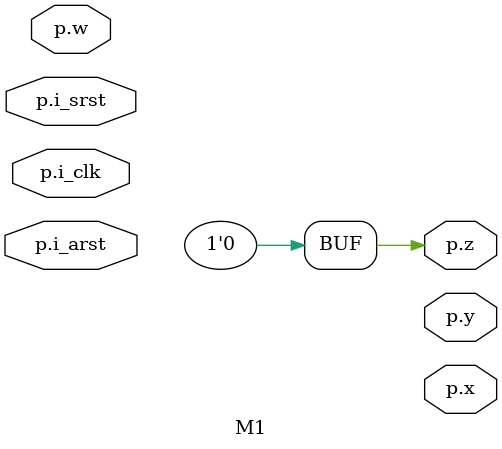
<source format=v>


module M1 ( \p.z , \p.y , \p.x , \p.i_clk , \p.i_srst , \p.i_arst , \p.w  );
  input \p.i_clk , \p.i_srst , \p.i_arst , \p.w ;
  output \p.z , \p.y , \p.x ;

  assign \p.z  = 1'b0;

endmodule


</source>
